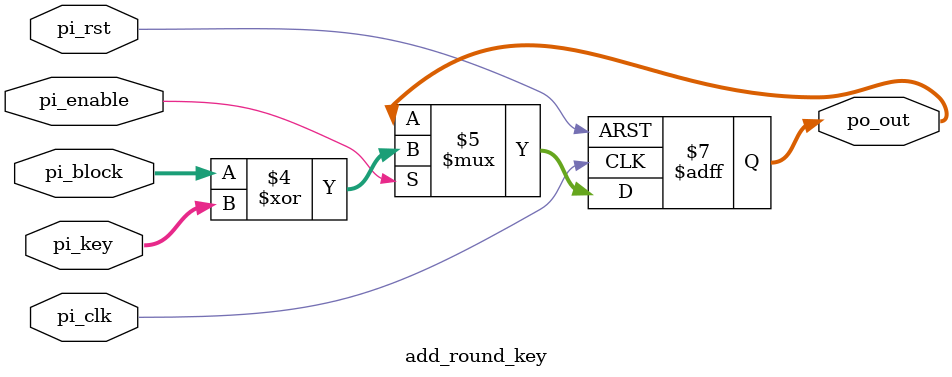
<source format=v>
module add_round_key (
    // input ports
    input pi_clk,
    input pi_rst,
    input [127:0] pi_block,
    input [127:0] pi_key,
    input pi_enable,

    // output ports
    output reg [127:0] po_out
);
    
always@(posedge pi_clk, posedge pi_rst)
begin
    if (pi_rst == 1)
        po_out <= 0;
    else if (pi_enable == 1)
        po_out <= pi_block^pi_key;
end

endmodule
</source>
